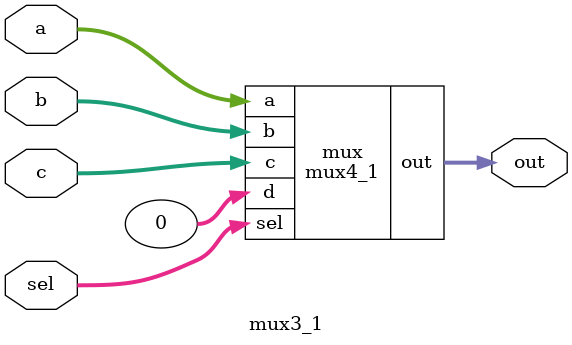
<source format=v>


/* 2_select_1_mux = mux2_1 */
module mux2_1 (
    input [31:0] a,
    input [31:0] b,
    input sel,
    output [31:0] out
);

  assign out = sel ? b : a;

endmodule

/* 4_select_1_mux = mux4_1 (inherit from `mux2_1`) */
module mux4_1 (
    input  [31:0] a,
    input  [31:0] b,
    input  [31:0] c,
    input  [31:0] d,
    input  [ 1:0] sel,
    output [31:0] out
);

  wire [31:0] mux1_out;
  wire [31:0] mux2_out;

  mux2_1 mux1 (
      .a  (a),
      .b  (b),
      .sel(sel[0]),
      .out(mux1_out)
  );

  mux2_1 mux2 (
      .a  (c),
      .b  (d),
      .sel(sel[0]),
      .out(mux2_out)
  );

  mux2_1 mux3 (
      .a  (mux1_out),
      .b  (mux2_out),
      .sel(sel[1]),
      .out(out)
  );

endmodule

/* 3_select_1_mux = mux3_1 (inherit from `mux4_1`) */
module mux3_1 (
    input  [31:0] a,
    input  [31:0] b,
    input  [31:0] c,
    input  [ 1:0] sel,
    output [31:0] out
);

  mux4_1 mux (
      .a  (a),
      .b  (b),
      .c  (c),
      .d  (32'b0),
      .sel(sel),
      .out(out)
  );

endmodule

</source>
